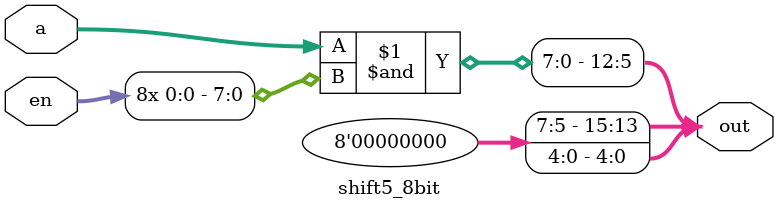
<source format=v>
module shift5_8bit(
	input [7:0] a,
	input en,
	output [15:0] out
);

assign out[15:13] = 3'b0;
assign out[12:5] = a&{8{en}};
assign out[4:0] = 5'b0;

endmodule

</source>
